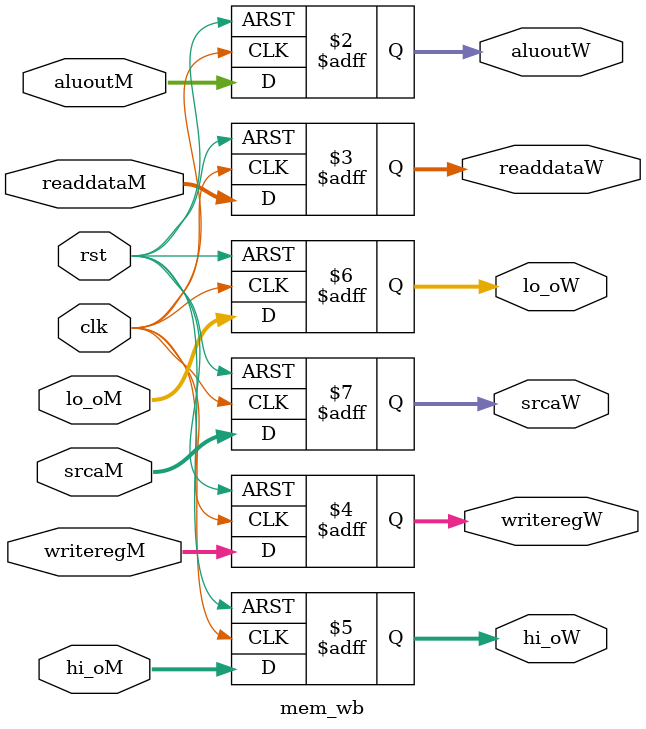
<source format=v>
module mem_wb (
	input wire clk,rst,
	input wire [31:0] aluoutM,
    output reg [31:0] aluoutW,
	input wire [31:0] readdataM,
    output reg [31:0] readdataW,
	input wire [31:0] writeregM,
    output reg [31:0] writeregW,
	input wire [31:0] hi_oM,
    output reg [31:0] hi_oW,
	input wire [31:0] lo_oM,
    output reg [31:0] lo_oW,
	input wire [31:0] srcaM,
    output reg [31:0] srcaW
    );
		always @(posedge clk,posedge rst) begin
		if(rst) begin
			aluoutW <= 0;
			readdataW <= 0;
			writeregW <= 0;
			hi_oW <= 0;
			lo_oW <= 0;
			srcaW <= 0;
			
		end else begin
			aluoutW <= aluoutM;
			readdataW <= readdataM;
			writeregW <= writeregM;
			hi_oW <= hi_oM;
			lo_oW <= lo_oM;
			srcaW <= srcaM;
			
		end
	end
endmodule

</source>
